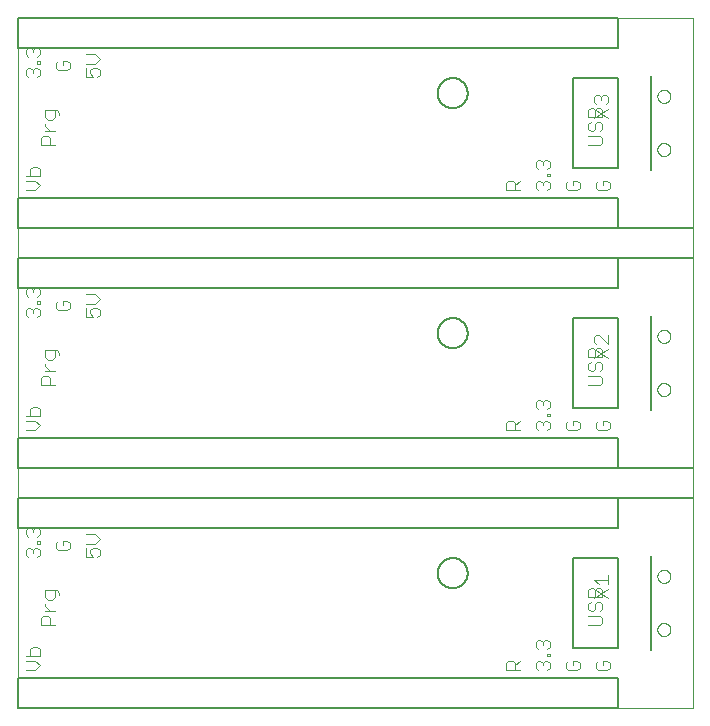
<source format=gto>
G75*
%MOIN*%
%OFA0B0*%
%FSLAX25Y25*%
%IPPOS*%
%LPD*%
%AMOC8*
5,1,8,0,0,1.08239X$1,22.5*
%
%ADD10C,0.00000*%
%ADD11C,0.00600*%
%ADD12C,0.00500*%
%ADD13C,0.00400*%
%ADD14C,0.00800*%
D10*
X0001300Y0001250D02*
X0001300Y0231211D01*
X0226339Y0231250D01*
X0226300Y0001250D01*
X0001300Y0001250D01*
X0214529Y0027392D02*
X0214531Y0027485D01*
X0214537Y0027577D01*
X0214547Y0027669D01*
X0214561Y0027760D01*
X0214578Y0027851D01*
X0214600Y0027941D01*
X0214625Y0028030D01*
X0214654Y0028118D01*
X0214687Y0028204D01*
X0214724Y0028289D01*
X0214764Y0028373D01*
X0214808Y0028454D01*
X0214855Y0028534D01*
X0214905Y0028612D01*
X0214959Y0028687D01*
X0215016Y0028760D01*
X0215076Y0028830D01*
X0215139Y0028898D01*
X0215205Y0028963D01*
X0215273Y0029025D01*
X0215344Y0029085D01*
X0215418Y0029141D01*
X0215494Y0029194D01*
X0215572Y0029243D01*
X0215652Y0029290D01*
X0215734Y0029332D01*
X0215818Y0029372D01*
X0215903Y0029407D01*
X0215990Y0029439D01*
X0216078Y0029468D01*
X0216167Y0029492D01*
X0216257Y0029513D01*
X0216348Y0029529D01*
X0216440Y0029542D01*
X0216532Y0029551D01*
X0216625Y0029556D01*
X0216717Y0029557D01*
X0216810Y0029554D01*
X0216902Y0029547D01*
X0216994Y0029536D01*
X0217085Y0029521D01*
X0217176Y0029503D01*
X0217266Y0029480D01*
X0217354Y0029454D01*
X0217442Y0029424D01*
X0217528Y0029390D01*
X0217612Y0029353D01*
X0217695Y0029311D01*
X0217776Y0029267D01*
X0217856Y0029219D01*
X0217933Y0029168D01*
X0218007Y0029113D01*
X0218080Y0029055D01*
X0218150Y0028995D01*
X0218217Y0028931D01*
X0218281Y0028865D01*
X0218343Y0028795D01*
X0218401Y0028724D01*
X0218456Y0028650D01*
X0218508Y0028573D01*
X0218557Y0028494D01*
X0218603Y0028414D01*
X0218645Y0028331D01*
X0218683Y0028247D01*
X0218718Y0028161D01*
X0218749Y0028074D01*
X0218776Y0027986D01*
X0218799Y0027896D01*
X0218819Y0027806D01*
X0218835Y0027715D01*
X0218847Y0027623D01*
X0218855Y0027531D01*
X0218859Y0027438D01*
X0218859Y0027346D01*
X0218855Y0027253D01*
X0218847Y0027161D01*
X0218835Y0027069D01*
X0218819Y0026978D01*
X0218799Y0026888D01*
X0218776Y0026798D01*
X0218749Y0026710D01*
X0218718Y0026623D01*
X0218683Y0026537D01*
X0218645Y0026453D01*
X0218603Y0026370D01*
X0218557Y0026290D01*
X0218508Y0026211D01*
X0218456Y0026134D01*
X0218401Y0026060D01*
X0218343Y0025989D01*
X0218281Y0025919D01*
X0218217Y0025853D01*
X0218150Y0025789D01*
X0218080Y0025729D01*
X0218007Y0025671D01*
X0217933Y0025616D01*
X0217856Y0025565D01*
X0217777Y0025517D01*
X0217695Y0025473D01*
X0217612Y0025431D01*
X0217528Y0025394D01*
X0217442Y0025360D01*
X0217354Y0025330D01*
X0217266Y0025304D01*
X0217176Y0025281D01*
X0217085Y0025263D01*
X0216994Y0025248D01*
X0216902Y0025237D01*
X0216810Y0025230D01*
X0216717Y0025227D01*
X0216625Y0025228D01*
X0216532Y0025233D01*
X0216440Y0025242D01*
X0216348Y0025255D01*
X0216257Y0025271D01*
X0216167Y0025292D01*
X0216078Y0025316D01*
X0215990Y0025345D01*
X0215903Y0025377D01*
X0215818Y0025412D01*
X0215734Y0025452D01*
X0215652Y0025494D01*
X0215572Y0025541D01*
X0215494Y0025590D01*
X0215418Y0025643D01*
X0215344Y0025699D01*
X0215273Y0025759D01*
X0215205Y0025821D01*
X0215139Y0025886D01*
X0215076Y0025954D01*
X0215016Y0026024D01*
X0214959Y0026097D01*
X0214905Y0026172D01*
X0214855Y0026250D01*
X0214808Y0026330D01*
X0214764Y0026411D01*
X0214724Y0026495D01*
X0214687Y0026580D01*
X0214654Y0026666D01*
X0214625Y0026754D01*
X0214600Y0026843D01*
X0214578Y0026933D01*
X0214561Y0027024D01*
X0214547Y0027115D01*
X0214537Y0027207D01*
X0214531Y0027299D01*
X0214529Y0027392D01*
X0214529Y0045108D02*
X0214531Y0045201D01*
X0214537Y0045293D01*
X0214547Y0045385D01*
X0214561Y0045476D01*
X0214578Y0045567D01*
X0214600Y0045657D01*
X0214625Y0045746D01*
X0214654Y0045834D01*
X0214687Y0045920D01*
X0214724Y0046005D01*
X0214764Y0046089D01*
X0214808Y0046170D01*
X0214855Y0046250D01*
X0214905Y0046328D01*
X0214959Y0046403D01*
X0215016Y0046476D01*
X0215076Y0046546D01*
X0215139Y0046614D01*
X0215205Y0046679D01*
X0215273Y0046741D01*
X0215344Y0046801D01*
X0215418Y0046857D01*
X0215494Y0046910D01*
X0215572Y0046959D01*
X0215652Y0047006D01*
X0215734Y0047048D01*
X0215818Y0047088D01*
X0215903Y0047123D01*
X0215990Y0047155D01*
X0216078Y0047184D01*
X0216167Y0047208D01*
X0216257Y0047229D01*
X0216348Y0047245D01*
X0216440Y0047258D01*
X0216532Y0047267D01*
X0216625Y0047272D01*
X0216717Y0047273D01*
X0216810Y0047270D01*
X0216902Y0047263D01*
X0216994Y0047252D01*
X0217085Y0047237D01*
X0217176Y0047219D01*
X0217266Y0047196D01*
X0217354Y0047170D01*
X0217442Y0047140D01*
X0217528Y0047106D01*
X0217612Y0047069D01*
X0217695Y0047027D01*
X0217776Y0046983D01*
X0217856Y0046935D01*
X0217933Y0046884D01*
X0218007Y0046829D01*
X0218080Y0046771D01*
X0218150Y0046711D01*
X0218217Y0046647D01*
X0218281Y0046581D01*
X0218343Y0046511D01*
X0218401Y0046440D01*
X0218456Y0046366D01*
X0218508Y0046289D01*
X0218557Y0046210D01*
X0218603Y0046130D01*
X0218645Y0046047D01*
X0218683Y0045963D01*
X0218718Y0045877D01*
X0218749Y0045790D01*
X0218776Y0045702D01*
X0218799Y0045612D01*
X0218819Y0045522D01*
X0218835Y0045431D01*
X0218847Y0045339D01*
X0218855Y0045247D01*
X0218859Y0045154D01*
X0218859Y0045062D01*
X0218855Y0044969D01*
X0218847Y0044877D01*
X0218835Y0044785D01*
X0218819Y0044694D01*
X0218799Y0044604D01*
X0218776Y0044514D01*
X0218749Y0044426D01*
X0218718Y0044339D01*
X0218683Y0044253D01*
X0218645Y0044169D01*
X0218603Y0044086D01*
X0218557Y0044006D01*
X0218508Y0043927D01*
X0218456Y0043850D01*
X0218401Y0043776D01*
X0218343Y0043705D01*
X0218281Y0043635D01*
X0218217Y0043569D01*
X0218150Y0043505D01*
X0218080Y0043445D01*
X0218007Y0043387D01*
X0217933Y0043332D01*
X0217856Y0043281D01*
X0217777Y0043233D01*
X0217695Y0043189D01*
X0217612Y0043147D01*
X0217528Y0043110D01*
X0217442Y0043076D01*
X0217354Y0043046D01*
X0217266Y0043020D01*
X0217176Y0042997D01*
X0217085Y0042979D01*
X0216994Y0042964D01*
X0216902Y0042953D01*
X0216810Y0042946D01*
X0216717Y0042943D01*
X0216625Y0042944D01*
X0216532Y0042949D01*
X0216440Y0042958D01*
X0216348Y0042971D01*
X0216257Y0042987D01*
X0216167Y0043008D01*
X0216078Y0043032D01*
X0215990Y0043061D01*
X0215903Y0043093D01*
X0215818Y0043128D01*
X0215734Y0043168D01*
X0215652Y0043210D01*
X0215572Y0043257D01*
X0215494Y0043306D01*
X0215418Y0043359D01*
X0215344Y0043415D01*
X0215273Y0043475D01*
X0215205Y0043537D01*
X0215139Y0043602D01*
X0215076Y0043670D01*
X0215016Y0043740D01*
X0214959Y0043813D01*
X0214905Y0043888D01*
X0214855Y0043966D01*
X0214808Y0044046D01*
X0214764Y0044127D01*
X0214724Y0044211D01*
X0214687Y0044296D01*
X0214654Y0044382D01*
X0214625Y0044470D01*
X0214600Y0044559D01*
X0214578Y0044649D01*
X0214561Y0044740D01*
X0214547Y0044831D01*
X0214537Y0044923D01*
X0214531Y0045015D01*
X0214529Y0045108D01*
X0214529Y0107392D02*
X0214531Y0107485D01*
X0214537Y0107577D01*
X0214547Y0107669D01*
X0214561Y0107760D01*
X0214578Y0107851D01*
X0214600Y0107941D01*
X0214625Y0108030D01*
X0214654Y0108118D01*
X0214687Y0108204D01*
X0214724Y0108289D01*
X0214764Y0108373D01*
X0214808Y0108454D01*
X0214855Y0108534D01*
X0214905Y0108612D01*
X0214959Y0108687D01*
X0215016Y0108760D01*
X0215076Y0108830D01*
X0215139Y0108898D01*
X0215205Y0108963D01*
X0215273Y0109025D01*
X0215344Y0109085D01*
X0215418Y0109141D01*
X0215494Y0109194D01*
X0215572Y0109243D01*
X0215652Y0109290D01*
X0215734Y0109332D01*
X0215818Y0109372D01*
X0215903Y0109407D01*
X0215990Y0109439D01*
X0216078Y0109468D01*
X0216167Y0109492D01*
X0216257Y0109513D01*
X0216348Y0109529D01*
X0216440Y0109542D01*
X0216532Y0109551D01*
X0216625Y0109556D01*
X0216717Y0109557D01*
X0216810Y0109554D01*
X0216902Y0109547D01*
X0216994Y0109536D01*
X0217085Y0109521D01*
X0217176Y0109503D01*
X0217266Y0109480D01*
X0217354Y0109454D01*
X0217442Y0109424D01*
X0217528Y0109390D01*
X0217612Y0109353D01*
X0217695Y0109311D01*
X0217776Y0109267D01*
X0217856Y0109219D01*
X0217933Y0109168D01*
X0218007Y0109113D01*
X0218080Y0109055D01*
X0218150Y0108995D01*
X0218217Y0108931D01*
X0218281Y0108865D01*
X0218343Y0108795D01*
X0218401Y0108724D01*
X0218456Y0108650D01*
X0218508Y0108573D01*
X0218557Y0108494D01*
X0218603Y0108414D01*
X0218645Y0108331D01*
X0218683Y0108247D01*
X0218718Y0108161D01*
X0218749Y0108074D01*
X0218776Y0107986D01*
X0218799Y0107896D01*
X0218819Y0107806D01*
X0218835Y0107715D01*
X0218847Y0107623D01*
X0218855Y0107531D01*
X0218859Y0107438D01*
X0218859Y0107346D01*
X0218855Y0107253D01*
X0218847Y0107161D01*
X0218835Y0107069D01*
X0218819Y0106978D01*
X0218799Y0106888D01*
X0218776Y0106798D01*
X0218749Y0106710D01*
X0218718Y0106623D01*
X0218683Y0106537D01*
X0218645Y0106453D01*
X0218603Y0106370D01*
X0218557Y0106290D01*
X0218508Y0106211D01*
X0218456Y0106134D01*
X0218401Y0106060D01*
X0218343Y0105989D01*
X0218281Y0105919D01*
X0218217Y0105853D01*
X0218150Y0105789D01*
X0218080Y0105729D01*
X0218007Y0105671D01*
X0217933Y0105616D01*
X0217856Y0105565D01*
X0217777Y0105517D01*
X0217695Y0105473D01*
X0217612Y0105431D01*
X0217528Y0105394D01*
X0217442Y0105360D01*
X0217354Y0105330D01*
X0217266Y0105304D01*
X0217176Y0105281D01*
X0217085Y0105263D01*
X0216994Y0105248D01*
X0216902Y0105237D01*
X0216810Y0105230D01*
X0216717Y0105227D01*
X0216625Y0105228D01*
X0216532Y0105233D01*
X0216440Y0105242D01*
X0216348Y0105255D01*
X0216257Y0105271D01*
X0216167Y0105292D01*
X0216078Y0105316D01*
X0215990Y0105345D01*
X0215903Y0105377D01*
X0215818Y0105412D01*
X0215734Y0105452D01*
X0215652Y0105494D01*
X0215572Y0105541D01*
X0215494Y0105590D01*
X0215418Y0105643D01*
X0215344Y0105699D01*
X0215273Y0105759D01*
X0215205Y0105821D01*
X0215139Y0105886D01*
X0215076Y0105954D01*
X0215016Y0106024D01*
X0214959Y0106097D01*
X0214905Y0106172D01*
X0214855Y0106250D01*
X0214808Y0106330D01*
X0214764Y0106411D01*
X0214724Y0106495D01*
X0214687Y0106580D01*
X0214654Y0106666D01*
X0214625Y0106754D01*
X0214600Y0106843D01*
X0214578Y0106933D01*
X0214561Y0107024D01*
X0214547Y0107115D01*
X0214537Y0107207D01*
X0214531Y0107299D01*
X0214529Y0107392D01*
X0214529Y0125108D02*
X0214531Y0125201D01*
X0214537Y0125293D01*
X0214547Y0125385D01*
X0214561Y0125476D01*
X0214578Y0125567D01*
X0214600Y0125657D01*
X0214625Y0125746D01*
X0214654Y0125834D01*
X0214687Y0125920D01*
X0214724Y0126005D01*
X0214764Y0126089D01*
X0214808Y0126170D01*
X0214855Y0126250D01*
X0214905Y0126328D01*
X0214959Y0126403D01*
X0215016Y0126476D01*
X0215076Y0126546D01*
X0215139Y0126614D01*
X0215205Y0126679D01*
X0215273Y0126741D01*
X0215344Y0126801D01*
X0215418Y0126857D01*
X0215494Y0126910D01*
X0215572Y0126959D01*
X0215652Y0127006D01*
X0215734Y0127048D01*
X0215818Y0127088D01*
X0215903Y0127123D01*
X0215990Y0127155D01*
X0216078Y0127184D01*
X0216167Y0127208D01*
X0216257Y0127229D01*
X0216348Y0127245D01*
X0216440Y0127258D01*
X0216532Y0127267D01*
X0216625Y0127272D01*
X0216717Y0127273D01*
X0216810Y0127270D01*
X0216902Y0127263D01*
X0216994Y0127252D01*
X0217085Y0127237D01*
X0217176Y0127219D01*
X0217266Y0127196D01*
X0217354Y0127170D01*
X0217442Y0127140D01*
X0217528Y0127106D01*
X0217612Y0127069D01*
X0217695Y0127027D01*
X0217776Y0126983D01*
X0217856Y0126935D01*
X0217933Y0126884D01*
X0218007Y0126829D01*
X0218080Y0126771D01*
X0218150Y0126711D01*
X0218217Y0126647D01*
X0218281Y0126581D01*
X0218343Y0126511D01*
X0218401Y0126440D01*
X0218456Y0126366D01*
X0218508Y0126289D01*
X0218557Y0126210D01*
X0218603Y0126130D01*
X0218645Y0126047D01*
X0218683Y0125963D01*
X0218718Y0125877D01*
X0218749Y0125790D01*
X0218776Y0125702D01*
X0218799Y0125612D01*
X0218819Y0125522D01*
X0218835Y0125431D01*
X0218847Y0125339D01*
X0218855Y0125247D01*
X0218859Y0125154D01*
X0218859Y0125062D01*
X0218855Y0124969D01*
X0218847Y0124877D01*
X0218835Y0124785D01*
X0218819Y0124694D01*
X0218799Y0124604D01*
X0218776Y0124514D01*
X0218749Y0124426D01*
X0218718Y0124339D01*
X0218683Y0124253D01*
X0218645Y0124169D01*
X0218603Y0124086D01*
X0218557Y0124006D01*
X0218508Y0123927D01*
X0218456Y0123850D01*
X0218401Y0123776D01*
X0218343Y0123705D01*
X0218281Y0123635D01*
X0218217Y0123569D01*
X0218150Y0123505D01*
X0218080Y0123445D01*
X0218007Y0123387D01*
X0217933Y0123332D01*
X0217856Y0123281D01*
X0217777Y0123233D01*
X0217695Y0123189D01*
X0217612Y0123147D01*
X0217528Y0123110D01*
X0217442Y0123076D01*
X0217354Y0123046D01*
X0217266Y0123020D01*
X0217176Y0122997D01*
X0217085Y0122979D01*
X0216994Y0122964D01*
X0216902Y0122953D01*
X0216810Y0122946D01*
X0216717Y0122943D01*
X0216625Y0122944D01*
X0216532Y0122949D01*
X0216440Y0122958D01*
X0216348Y0122971D01*
X0216257Y0122987D01*
X0216167Y0123008D01*
X0216078Y0123032D01*
X0215990Y0123061D01*
X0215903Y0123093D01*
X0215818Y0123128D01*
X0215734Y0123168D01*
X0215652Y0123210D01*
X0215572Y0123257D01*
X0215494Y0123306D01*
X0215418Y0123359D01*
X0215344Y0123415D01*
X0215273Y0123475D01*
X0215205Y0123537D01*
X0215139Y0123602D01*
X0215076Y0123670D01*
X0215016Y0123740D01*
X0214959Y0123813D01*
X0214905Y0123888D01*
X0214855Y0123966D01*
X0214808Y0124046D01*
X0214764Y0124127D01*
X0214724Y0124211D01*
X0214687Y0124296D01*
X0214654Y0124382D01*
X0214625Y0124470D01*
X0214600Y0124559D01*
X0214578Y0124649D01*
X0214561Y0124740D01*
X0214547Y0124831D01*
X0214537Y0124923D01*
X0214531Y0125015D01*
X0214529Y0125108D01*
X0214529Y0187392D02*
X0214531Y0187485D01*
X0214537Y0187577D01*
X0214547Y0187669D01*
X0214561Y0187760D01*
X0214578Y0187851D01*
X0214600Y0187941D01*
X0214625Y0188030D01*
X0214654Y0188118D01*
X0214687Y0188204D01*
X0214724Y0188289D01*
X0214764Y0188373D01*
X0214808Y0188454D01*
X0214855Y0188534D01*
X0214905Y0188612D01*
X0214959Y0188687D01*
X0215016Y0188760D01*
X0215076Y0188830D01*
X0215139Y0188898D01*
X0215205Y0188963D01*
X0215273Y0189025D01*
X0215344Y0189085D01*
X0215418Y0189141D01*
X0215494Y0189194D01*
X0215572Y0189243D01*
X0215652Y0189290D01*
X0215734Y0189332D01*
X0215818Y0189372D01*
X0215903Y0189407D01*
X0215990Y0189439D01*
X0216078Y0189468D01*
X0216167Y0189492D01*
X0216257Y0189513D01*
X0216348Y0189529D01*
X0216440Y0189542D01*
X0216532Y0189551D01*
X0216625Y0189556D01*
X0216717Y0189557D01*
X0216810Y0189554D01*
X0216902Y0189547D01*
X0216994Y0189536D01*
X0217085Y0189521D01*
X0217176Y0189503D01*
X0217266Y0189480D01*
X0217354Y0189454D01*
X0217442Y0189424D01*
X0217528Y0189390D01*
X0217612Y0189353D01*
X0217695Y0189311D01*
X0217776Y0189267D01*
X0217856Y0189219D01*
X0217933Y0189168D01*
X0218007Y0189113D01*
X0218080Y0189055D01*
X0218150Y0188995D01*
X0218217Y0188931D01*
X0218281Y0188865D01*
X0218343Y0188795D01*
X0218401Y0188724D01*
X0218456Y0188650D01*
X0218508Y0188573D01*
X0218557Y0188494D01*
X0218603Y0188414D01*
X0218645Y0188331D01*
X0218683Y0188247D01*
X0218718Y0188161D01*
X0218749Y0188074D01*
X0218776Y0187986D01*
X0218799Y0187896D01*
X0218819Y0187806D01*
X0218835Y0187715D01*
X0218847Y0187623D01*
X0218855Y0187531D01*
X0218859Y0187438D01*
X0218859Y0187346D01*
X0218855Y0187253D01*
X0218847Y0187161D01*
X0218835Y0187069D01*
X0218819Y0186978D01*
X0218799Y0186888D01*
X0218776Y0186798D01*
X0218749Y0186710D01*
X0218718Y0186623D01*
X0218683Y0186537D01*
X0218645Y0186453D01*
X0218603Y0186370D01*
X0218557Y0186290D01*
X0218508Y0186211D01*
X0218456Y0186134D01*
X0218401Y0186060D01*
X0218343Y0185989D01*
X0218281Y0185919D01*
X0218217Y0185853D01*
X0218150Y0185789D01*
X0218080Y0185729D01*
X0218007Y0185671D01*
X0217933Y0185616D01*
X0217856Y0185565D01*
X0217777Y0185517D01*
X0217695Y0185473D01*
X0217612Y0185431D01*
X0217528Y0185394D01*
X0217442Y0185360D01*
X0217354Y0185330D01*
X0217266Y0185304D01*
X0217176Y0185281D01*
X0217085Y0185263D01*
X0216994Y0185248D01*
X0216902Y0185237D01*
X0216810Y0185230D01*
X0216717Y0185227D01*
X0216625Y0185228D01*
X0216532Y0185233D01*
X0216440Y0185242D01*
X0216348Y0185255D01*
X0216257Y0185271D01*
X0216167Y0185292D01*
X0216078Y0185316D01*
X0215990Y0185345D01*
X0215903Y0185377D01*
X0215818Y0185412D01*
X0215734Y0185452D01*
X0215652Y0185494D01*
X0215572Y0185541D01*
X0215494Y0185590D01*
X0215418Y0185643D01*
X0215344Y0185699D01*
X0215273Y0185759D01*
X0215205Y0185821D01*
X0215139Y0185886D01*
X0215076Y0185954D01*
X0215016Y0186024D01*
X0214959Y0186097D01*
X0214905Y0186172D01*
X0214855Y0186250D01*
X0214808Y0186330D01*
X0214764Y0186411D01*
X0214724Y0186495D01*
X0214687Y0186580D01*
X0214654Y0186666D01*
X0214625Y0186754D01*
X0214600Y0186843D01*
X0214578Y0186933D01*
X0214561Y0187024D01*
X0214547Y0187115D01*
X0214537Y0187207D01*
X0214531Y0187299D01*
X0214529Y0187392D01*
X0214529Y0205108D02*
X0214531Y0205201D01*
X0214537Y0205293D01*
X0214547Y0205385D01*
X0214561Y0205476D01*
X0214578Y0205567D01*
X0214600Y0205657D01*
X0214625Y0205746D01*
X0214654Y0205834D01*
X0214687Y0205920D01*
X0214724Y0206005D01*
X0214764Y0206089D01*
X0214808Y0206170D01*
X0214855Y0206250D01*
X0214905Y0206328D01*
X0214959Y0206403D01*
X0215016Y0206476D01*
X0215076Y0206546D01*
X0215139Y0206614D01*
X0215205Y0206679D01*
X0215273Y0206741D01*
X0215344Y0206801D01*
X0215418Y0206857D01*
X0215494Y0206910D01*
X0215572Y0206959D01*
X0215652Y0207006D01*
X0215734Y0207048D01*
X0215818Y0207088D01*
X0215903Y0207123D01*
X0215990Y0207155D01*
X0216078Y0207184D01*
X0216167Y0207208D01*
X0216257Y0207229D01*
X0216348Y0207245D01*
X0216440Y0207258D01*
X0216532Y0207267D01*
X0216625Y0207272D01*
X0216717Y0207273D01*
X0216810Y0207270D01*
X0216902Y0207263D01*
X0216994Y0207252D01*
X0217085Y0207237D01*
X0217176Y0207219D01*
X0217266Y0207196D01*
X0217354Y0207170D01*
X0217442Y0207140D01*
X0217528Y0207106D01*
X0217612Y0207069D01*
X0217695Y0207027D01*
X0217776Y0206983D01*
X0217856Y0206935D01*
X0217933Y0206884D01*
X0218007Y0206829D01*
X0218080Y0206771D01*
X0218150Y0206711D01*
X0218217Y0206647D01*
X0218281Y0206581D01*
X0218343Y0206511D01*
X0218401Y0206440D01*
X0218456Y0206366D01*
X0218508Y0206289D01*
X0218557Y0206210D01*
X0218603Y0206130D01*
X0218645Y0206047D01*
X0218683Y0205963D01*
X0218718Y0205877D01*
X0218749Y0205790D01*
X0218776Y0205702D01*
X0218799Y0205612D01*
X0218819Y0205522D01*
X0218835Y0205431D01*
X0218847Y0205339D01*
X0218855Y0205247D01*
X0218859Y0205154D01*
X0218859Y0205062D01*
X0218855Y0204969D01*
X0218847Y0204877D01*
X0218835Y0204785D01*
X0218819Y0204694D01*
X0218799Y0204604D01*
X0218776Y0204514D01*
X0218749Y0204426D01*
X0218718Y0204339D01*
X0218683Y0204253D01*
X0218645Y0204169D01*
X0218603Y0204086D01*
X0218557Y0204006D01*
X0218508Y0203927D01*
X0218456Y0203850D01*
X0218401Y0203776D01*
X0218343Y0203705D01*
X0218281Y0203635D01*
X0218217Y0203569D01*
X0218150Y0203505D01*
X0218080Y0203445D01*
X0218007Y0203387D01*
X0217933Y0203332D01*
X0217856Y0203281D01*
X0217777Y0203233D01*
X0217695Y0203189D01*
X0217612Y0203147D01*
X0217528Y0203110D01*
X0217442Y0203076D01*
X0217354Y0203046D01*
X0217266Y0203020D01*
X0217176Y0202997D01*
X0217085Y0202979D01*
X0216994Y0202964D01*
X0216902Y0202953D01*
X0216810Y0202946D01*
X0216717Y0202943D01*
X0216625Y0202944D01*
X0216532Y0202949D01*
X0216440Y0202958D01*
X0216348Y0202971D01*
X0216257Y0202987D01*
X0216167Y0203008D01*
X0216078Y0203032D01*
X0215990Y0203061D01*
X0215903Y0203093D01*
X0215818Y0203128D01*
X0215734Y0203168D01*
X0215652Y0203210D01*
X0215572Y0203257D01*
X0215494Y0203306D01*
X0215418Y0203359D01*
X0215344Y0203415D01*
X0215273Y0203475D01*
X0215205Y0203537D01*
X0215139Y0203602D01*
X0215076Y0203670D01*
X0215016Y0203740D01*
X0214959Y0203813D01*
X0214905Y0203888D01*
X0214855Y0203966D01*
X0214808Y0204046D01*
X0214764Y0204127D01*
X0214724Y0204211D01*
X0214687Y0204296D01*
X0214654Y0204382D01*
X0214625Y0204470D01*
X0214600Y0204559D01*
X0214578Y0204649D01*
X0214561Y0204740D01*
X0214547Y0204831D01*
X0214537Y0204923D01*
X0214531Y0205015D01*
X0214529Y0205108D01*
D11*
X0226300Y0161250D02*
X0201300Y0161250D01*
X0201300Y0151250D02*
X0226300Y0151250D01*
X0226300Y0081250D02*
X0201300Y0081250D01*
X0201300Y0071250D02*
X0226300Y0071250D01*
D12*
X0201300Y0001250D02*
X0001300Y0001250D01*
X0001300Y0011250D01*
X0201300Y0011250D01*
X0201300Y0001250D01*
X0201300Y0021250D02*
X0186300Y0021250D01*
X0186300Y0051250D01*
X0201300Y0051250D01*
X0201300Y0021250D01*
X0201300Y0061250D02*
X0201300Y0071250D01*
X0001300Y0071250D01*
X0001300Y0061250D01*
X0201300Y0061250D01*
X0201300Y0081250D02*
X0201300Y0091250D01*
X0001300Y0091250D01*
X0001300Y0081250D01*
X0201300Y0081250D01*
X0201300Y0101250D02*
X0186300Y0101250D01*
X0186300Y0131250D01*
X0201300Y0131250D01*
X0201300Y0101250D01*
X0201300Y0141250D02*
X0201300Y0151250D01*
X0001300Y0151250D01*
X0001300Y0141250D01*
X0201300Y0141250D01*
X0201300Y0161250D02*
X0201300Y0171250D01*
X0001300Y0171250D01*
X0001300Y0161250D01*
X0201300Y0161250D01*
X0201300Y0181250D02*
X0186300Y0181250D01*
X0186300Y0211250D01*
X0201300Y0211250D01*
X0201300Y0181250D01*
X0201300Y0221250D02*
X0201300Y0231250D01*
X0001300Y0231250D01*
X0001300Y0221250D01*
X0201300Y0221250D01*
X0141300Y0206250D02*
X0141302Y0206391D01*
X0141308Y0206532D01*
X0141318Y0206672D01*
X0141332Y0206812D01*
X0141350Y0206952D01*
X0141371Y0207091D01*
X0141397Y0207230D01*
X0141426Y0207368D01*
X0141460Y0207504D01*
X0141497Y0207640D01*
X0141538Y0207775D01*
X0141583Y0207909D01*
X0141632Y0208041D01*
X0141684Y0208172D01*
X0141740Y0208301D01*
X0141800Y0208428D01*
X0141863Y0208554D01*
X0141929Y0208678D01*
X0142000Y0208801D01*
X0142073Y0208921D01*
X0142150Y0209039D01*
X0142230Y0209155D01*
X0142314Y0209268D01*
X0142400Y0209379D01*
X0142490Y0209488D01*
X0142583Y0209594D01*
X0142678Y0209697D01*
X0142777Y0209798D01*
X0142878Y0209896D01*
X0142982Y0209991D01*
X0143089Y0210083D01*
X0143198Y0210172D01*
X0143310Y0210257D01*
X0143424Y0210340D01*
X0143540Y0210420D01*
X0143659Y0210496D01*
X0143780Y0210568D01*
X0143902Y0210638D01*
X0144027Y0210703D01*
X0144153Y0210766D01*
X0144281Y0210824D01*
X0144411Y0210879D01*
X0144542Y0210931D01*
X0144675Y0210978D01*
X0144809Y0211022D01*
X0144944Y0211063D01*
X0145080Y0211099D01*
X0145217Y0211131D01*
X0145355Y0211160D01*
X0145493Y0211185D01*
X0145633Y0211205D01*
X0145773Y0211222D01*
X0145913Y0211235D01*
X0146054Y0211244D01*
X0146194Y0211249D01*
X0146335Y0211250D01*
X0146476Y0211247D01*
X0146617Y0211240D01*
X0146757Y0211229D01*
X0146897Y0211214D01*
X0147037Y0211195D01*
X0147176Y0211173D01*
X0147314Y0211146D01*
X0147452Y0211116D01*
X0147588Y0211081D01*
X0147724Y0211043D01*
X0147858Y0211001D01*
X0147992Y0210955D01*
X0148124Y0210906D01*
X0148254Y0210852D01*
X0148383Y0210795D01*
X0148510Y0210735D01*
X0148636Y0210671D01*
X0148759Y0210603D01*
X0148881Y0210532D01*
X0149001Y0210458D01*
X0149118Y0210380D01*
X0149233Y0210299D01*
X0149346Y0210215D01*
X0149457Y0210128D01*
X0149565Y0210037D01*
X0149670Y0209944D01*
X0149773Y0209847D01*
X0149873Y0209748D01*
X0149970Y0209646D01*
X0150064Y0209541D01*
X0150155Y0209434D01*
X0150243Y0209324D01*
X0150328Y0209212D01*
X0150410Y0209097D01*
X0150489Y0208980D01*
X0150564Y0208861D01*
X0150636Y0208740D01*
X0150704Y0208617D01*
X0150769Y0208492D01*
X0150831Y0208365D01*
X0150888Y0208236D01*
X0150943Y0208106D01*
X0150993Y0207975D01*
X0151040Y0207842D01*
X0151083Y0207708D01*
X0151122Y0207572D01*
X0151157Y0207436D01*
X0151189Y0207299D01*
X0151216Y0207161D01*
X0151240Y0207022D01*
X0151260Y0206882D01*
X0151276Y0206742D01*
X0151288Y0206602D01*
X0151296Y0206461D01*
X0151300Y0206320D01*
X0151300Y0206180D01*
X0151296Y0206039D01*
X0151288Y0205898D01*
X0151276Y0205758D01*
X0151260Y0205618D01*
X0151240Y0205478D01*
X0151216Y0205339D01*
X0151189Y0205201D01*
X0151157Y0205064D01*
X0151122Y0204928D01*
X0151083Y0204792D01*
X0151040Y0204658D01*
X0150993Y0204525D01*
X0150943Y0204394D01*
X0150888Y0204264D01*
X0150831Y0204135D01*
X0150769Y0204008D01*
X0150704Y0203883D01*
X0150636Y0203760D01*
X0150564Y0203639D01*
X0150489Y0203520D01*
X0150410Y0203403D01*
X0150328Y0203288D01*
X0150243Y0203176D01*
X0150155Y0203066D01*
X0150064Y0202959D01*
X0149970Y0202854D01*
X0149873Y0202752D01*
X0149773Y0202653D01*
X0149670Y0202556D01*
X0149565Y0202463D01*
X0149457Y0202372D01*
X0149346Y0202285D01*
X0149233Y0202201D01*
X0149118Y0202120D01*
X0149001Y0202042D01*
X0148881Y0201968D01*
X0148759Y0201897D01*
X0148636Y0201829D01*
X0148510Y0201765D01*
X0148383Y0201705D01*
X0148254Y0201648D01*
X0148124Y0201594D01*
X0147992Y0201545D01*
X0147858Y0201499D01*
X0147724Y0201457D01*
X0147588Y0201419D01*
X0147452Y0201384D01*
X0147314Y0201354D01*
X0147176Y0201327D01*
X0147037Y0201305D01*
X0146897Y0201286D01*
X0146757Y0201271D01*
X0146617Y0201260D01*
X0146476Y0201253D01*
X0146335Y0201250D01*
X0146194Y0201251D01*
X0146054Y0201256D01*
X0145913Y0201265D01*
X0145773Y0201278D01*
X0145633Y0201295D01*
X0145493Y0201315D01*
X0145355Y0201340D01*
X0145217Y0201369D01*
X0145080Y0201401D01*
X0144944Y0201437D01*
X0144809Y0201478D01*
X0144675Y0201522D01*
X0144542Y0201569D01*
X0144411Y0201621D01*
X0144281Y0201676D01*
X0144153Y0201734D01*
X0144027Y0201797D01*
X0143902Y0201862D01*
X0143780Y0201932D01*
X0143659Y0202004D01*
X0143540Y0202080D01*
X0143424Y0202160D01*
X0143310Y0202243D01*
X0143198Y0202328D01*
X0143089Y0202417D01*
X0142982Y0202509D01*
X0142878Y0202604D01*
X0142777Y0202702D01*
X0142678Y0202803D01*
X0142583Y0202906D01*
X0142490Y0203012D01*
X0142400Y0203121D01*
X0142314Y0203232D01*
X0142230Y0203345D01*
X0142150Y0203461D01*
X0142073Y0203579D01*
X0142000Y0203699D01*
X0141929Y0203822D01*
X0141863Y0203946D01*
X0141800Y0204072D01*
X0141740Y0204199D01*
X0141684Y0204328D01*
X0141632Y0204459D01*
X0141583Y0204591D01*
X0141538Y0204725D01*
X0141497Y0204860D01*
X0141460Y0204996D01*
X0141426Y0205132D01*
X0141397Y0205270D01*
X0141371Y0205409D01*
X0141350Y0205548D01*
X0141332Y0205688D01*
X0141318Y0205828D01*
X0141308Y0205968D01*
X0141302Y0206109D01*
X0141300Y0206250D01*
X0141300Y0126250D02*
X0141302Y0126391D01*
X0141308Y0126532D01*
X0141318Y0126672D01*
X0141332Y0126812D01*
X0141350Y0126952D01*
X0141371Y0127091D01*
X0141397Y0127230D01*
X0141426Y0127368D01*
X0141460Y0127504D01*
X0141497Y0127640D01*
X0141538Y0127775D01*
X0141583Y0127909D01*
X0141632Y0128041D01*
X0141684Y0128172D01*
X0141740Y0128301D01*
X0141800Y0128428D01*
X0141863Y0128554D01*
X0141929Y0128678D01*
X0142000Y0128801D01*
X0142073Y0128921D01*
X0142150Y0129039D01*
X0142230Y0129155D01*
X0142314Y0129268D01*
X0142400Y0129379D01*
X0142490Y0129488D01*
X0142583Y0129594D01*
X0142678Y0129697D01*
X0142777Y0129798D01*
X0142878Y0129896D01*
X0142982Y0129991D01*
X0143089Y0130083D01*
X0143198Y0130172D01*
X0143310Y0130257D01*
X0143424Y0130340D01*
X0143540Y0130420D01*
X0143659Y0130496D01*
X0143780Y0130568D01*
X0143902Y0130638D01*
X0144027Y0130703D01*
X0144153Y0130766D01*
X0144281Y0130824D01*
X0144411Y0130879D01*
X0144542Y0130931D01*
X0144675Y0130978D01*
X0144809Y0131022D01*
X0144944Y0131063D01*
X0145080Y0131099D01*
X0145217Y0131131D01*
X0145355Y0131160D01*
X0145493Y0131185D01*
X0145633Y0131205D01*
X0145773Y0131222D01*
X0145913Y0131235D01*
X0146054Y0131244D01*
X0146194Y0131249D01*
X0146335Y0131250D01*
X0146476Y0131247D01*
X0146617Y0131240D01*
X0146757Y0131229D01*
X0146897Y0131214D01*
X0147037Y0131195D01*
X0147176Y0131173D01*
X0147314Y0131146D01*
X0147452Y0131116D01*
X0147588Y0131081D01*
X0147724Y0131043D01*
X0147858Y0131001D01*
X0147992Y0130955D01*
X0148124Y0130906D01*
X0148254Y0130852D01*
X0148383Y0130795D01*
X0148510Y0130735D01*
X0148636Y0130671D01*
X0148759Y0130603D01*
X0148881Y0130532D01*
X0149001Y0130458D01*
X0149118Y0130380D01*
X0149233Y0130299D01*
X0149346Y0130215D01*
X0149457Y0130128D01*
X0149565Y0130037D01*
X0149670Y0129944D01*
X0149773Y0129847D01*
X0149873Y0129748D01*
X0149970Y0129646D01*
X0150064Y0129541D01*
X0150155Y0129434D01*
X0150243Y0129324D01*
X0150328Y0129212D01*
X0150410Y0129097D01*
X0150489Y0128980D01*
X0150564Y0128861D01*
X0150636Y0128740D01*
X0150704Y0128617D01*
X0150769Y0128492D01*
X0150831Y0128365D01*
X0150888Y0128236D01*
X0150943Y0128106D01*
X0150993Y0127975D01*
X0151040Y0127842D01*
X0151083Y0127708D01*
X0151122Y0127572D01*
X0151157Y0127436D01*
X0151189Y0127299D01*
X0151216Y0127161D01*
X0151240Y0127022D01*
X0151260Y0126882D01*
X0151276Y0126742D01*
X0151288Y0126602D01*
X0151296Y0126461D01*
X0151300Y0126320D01*
X0151300Y0126180D01*
X0151296Y0126039D01*
X0151288Y0125898D01*
X0151276Y0125758D01*
X0151260Y0125618D01*
X0151240Y0125478D01*
X0151216Y0125339D01*
X0151189Y0125201D01*
X0151157Y0125064D01*
X0151122Y0124928D01*
X0151083Y0124792D01*
X0151040Y0124658D01*
X0150993Y0124525D01*
X0150943Y0124394D01*
X0150888Y0124264D01*
X0150831Y0124135D01*
X0150769Y0124008D01*
X0150704Y0123883D01*
X0150636Y0123760D01*
X0150564Y0123639D01*
X0150489Y0123520D01*
X0150410Y0123403D01*
X0150328Y0123288D01*
X0150243Y0123176D01*
X0150155Y0123066D01*
X0150064Y0122959D01*
X0149970Y0122854D01*
X0149873Y0122752D01*
X0149773Y0122653D01*
X0149670Y0122556D01*
X0149565Y0122463D01*
X0149457Y0122372D01*
X0149346Y0122285D01*
X0149233Y0122201D01*
X0149118Y0122120D01*
X0149001Y0122042D01*
X0148881Y0121968D01*
X0148759Y0121897D01*
X0148636Y0121829D01*
X0148510Y0121765D01*
X0148383Y0121705D01*
X0148254Y0121648D01*
X0148124Y0121594D01*
X0147992Y0121545D01*
X0147858Y0121499D01*
X0147724Y0121457D01*
X0147588Y0121419D01*
X0147452Y0121384D01*
X0147314Y0121354D01*
X0147176Y0121327D01*
X0147037Y0121305D01*
X0146897Y0121286D01*
X0146757Y0121271D01*
X0146617Y0121260D01*
X0146476Y0121253D01*
X0146335Y0121250D01*
X0146194Y0121251D01*
X0146054Y0121256D01*
X0145913Y0121265D01*
X0145773Y0121278D01*
X0145633Y0121295D01*
X0145493Y0121315D01*
X0145355Y0121340D01*
X0145217Y0121369D01*
X0145080Y0121401D01*
X0144944Y0121437D01*
X0144809Y0121478D01*
X0144675Y0121522D01*
X0144542Y0121569D01*
X0144411Y0121621D01*
X0144281Y0121676D01*
X0144153Y0121734D01*
X0144027Y0121797D01*
X0143902Y0121862D01*
X0143780Y0121932D01*
X0143659Y0122004D01*
X0143540Y0122080D01*
X0143424Y0122160D01*
X0143310Y0122243D01*
X0143198Y0122328D01*
X0143089Y0122417D01*
X0142982Y0122509D01*
X0142878Y0122604D01*
X0142777Y0122702D01*
X0142678Y0122803D01*
X0142583Y0122906D01*
X0142490Y0123012D01*
X0142400Y0123121D01*
X0142314Y0123232D01*
X0142230Y0123345D01*
X0142150Y0123461D01*
X0142073Y0123579D01*
X0142000Y0123699D01*
X0141929Y0123822D01*
X0141863Y0123946D01*
X0141800Y0124072D01*
X0141740Y0124199D01*
X0141684Y0124328D01*
X0141632Y0124459D01*
X0141583Y0124591D01*
X0141538Y0124725D01*
X0141497Y0124860D01*
X0141460Y0124996D01*
X0141426Y0125132D01*
X0141397Y0125270D01*
X0141371Y0125409D01*
X0141350Y0125548D01*
X0141332Y0125688D01*
X0141318Y0125828D01*
X0141308Y0125968D01*
X0141302Y0126109D01*
X0141300Y0126250D01*
X0141300Y0046250D02*
X0141302Y0046391D01*
X0141308Y0046532D01*
X0141318Y0046672D01*
X0141332Y0046812D01*
X0141350Y0046952D01*
X0141371Y0047091D01*
X0141397Y0047230D01*
X0141426Y0047368D01*
X0141460Y0047504D01*
X0141497Y0047640D01*
X0141538Y0047775D01*
X0141583Y0047909D01*
X0141632Y0048041D01*
X0141684Y0048172D01*
X0141740Y0048301D01*
X0141800Y0048428D01*
X0141863Y0048554D01*
X0141929Y0048678D01*
X0142000Y0048801D01*
X0142073Y0048921D01*
X0142150Y0049039D01*
X0142230Y0049155D01*
X0142314Y0049268D01*
X0142400Y0049379D01*
X0142490Y0049488D01*
X0142583Y0049594D01*
X0142678Y0049697D01*
X0142777Y0049798D01*
X0142878Y0049896D01*
X0142982Y0049991D01*
X0143089Y0050083D01*
X0143198Y0050172D01*
X0143310Y0050257D01*
X0143424Y0050340D01*
X0143540Y0050420D01*
X0143659Y0050496D01*
X0143780Y0050568D01*
X0143902Y0050638D01*
X0144027Y0050703D01*
X0144153Y0050766D01*
X0144281Y0050824D01*
X0144411Y0050879D01*
X0144542Y0050931D01*
X0144675Y0050978D01*
X0144809Y0051022D01*
X0144944Y0051063D01*
X0145080Y0051099D01*
X0145217Y0051131D01*
X0145355Y0051160D01*
X0145493Y0051185D01*
X0145633Y0051205D01*
X0145773Y0051222D01*
X0145913Y0051235D01*
X0146054Y0051244D01*
X0146194Y0051249D01*
X0146335Y0051250D01*
X0146476Y0051247D01*
X0146617Y0051240D01*
X0146757Y0051229D01*
X0146897Y0051214D01*
X0147037Y0051195D01*
X0147176Y0051173D01*
X0147314Y0051146D01*
X0147452Y0051116D01*
X0147588Y0051081D01*
X0147724Y0051043D01*
X0147858Y0051001D01*
X0147992Y0050955D01*
X0148124Y0050906D01*
X0148254Y0050852D01*
X0148383Y0050795D01*
X0148510Y0050735D01*
X0148636Y0050671D01*
X0148759Y0050603D01*
X0148881Y0050532D01*
X0149001Y0050458D01*
X0149118Y0050380D01*
X0149233Y0050299D01*
X0149346Y0050215D01*
X0149457Y0050128D01*
X0149565Y0050037D01*
X0149670Y0049944D01*
X0149773Y0049847D01*
X0149873Y0049748D01*
X0149970Y0049646D01*
X0150064Y0049541D01*
X0150155Y0049434D01*
X0150243Y0049324D01*
X0150328Y0049212D01*
X0150410Y0049097D01*
X0150489Y0048980D01*
X0150564Y0048861D01*
X0150636Y0048740D01*
X0150704Y0048617D01*
X0150769Y0048492D01*
X0150831Y0048365D01*
X0150888Y0048236D01*
X0150943Y0048106D01*
X0150993Y0047975D01*
X0151040Y0047842D01*
X0151083Y0047708D01*
X0151122Y0047572D01*
X0151157Y0047436D01*
X0151189Y0047299D01*
X0151216Y0047161D01*
X0151240Y0047022D01*
X0151260Y0046882D01*
X0151276Y0046742D01*
X0151288Y0046602D01*
X0151296Y0046461D01*
X0151300Y0046320D01*
X0151300Y0046180D01*
X0151296Y0046039D01*
X0151288Y0045898D01*
X0151276Y0045758D01*
X0151260Y0045618D01*
X0151240Y0045478D01*
X0151216Y0045339D01*
X0151189Y0045201D01*
X0151157Y0045064D01*
X0151122Y0044928D01*
X0151083Y0044792D01*
X0151040Y0044658D01*
X0150993Y0044525D01*
X0150943Y0044394D01*
X0150888Y0044264D01*
X0150831Y0044135D01*
X0150769Y0044008D01*
X0150704Y0043883D01*
X0150636Y0043760D01*
X0150564Y0043639D01*
X0150489Y0043520D01*
X0150410Y0043403D01*
X0150328Y0043288D01*
X0150243Y0043176D01*
X0150155Y0043066D01*
X0150064Y0042959D01*
X0149970Y0042854D01*
X0149873Y0042752D01*
X0149773Y0042653D01*
X0149670Y0042556D01*
X0149565Y0042463D01*
X0149457Y0042372D01*
X0149346Y0042285D01*
X0149233Y0042201D01*
X0149118Y0042120D01*
X0149001Y0042042D01*
X0148881Y0041968D01*
X0148759Y0041897D01*
X0148636Y0041829D01*
X0148510Y0041765D01*
X0148383Y0041705D01*
X0148254Y0041648D01*
X0148124Y0041594D01*
X0147992Y0041545D01*
X0147858Y0041499D01*
X0147724Y0041457D01*
X0147588Y0041419D01*
X0147452Y0041384D01*
X0147314Y0041354D01*
X0147176Y0041327D01*
X0147037Y0041305D01*
X0146897Y0041286D01*
X0146757Y0041271D01*
X0146617Y0041260D01*
X0146476Y0041253D01*
X0146335Y0041250D01*
X0146194Y0041251D01*
X0146054Y0041256D01*
X0145913Y0041265D01*
X0145773Y0041278D01*
X0145633Y0041295D01*
X0145493Y0041315D01*
X0145355Y0041340D01*
X0145217Y0041369D01*
X0145080Y0041401D01*
X0144944Y0041437D01*
X0144809Y0041478D01*
X0144675Y0041522D01*
X0144542Y0041569D01*
X0144411Y0041621D01*
X0144281Y0041676D01*
X0144153Y0041734D01*
X0144027Y0041797D01*
X0143902Y0041862D01*
X0143780Y0041932D01*
X0143659Y0042004D01*
X0143540Y0042080D01*
X0143424Y0042160D01*
X0143310Y0042243D01*
X0143198Y0042328D01*
X0143089Y0042417D01*
X0142982Y0042509D01*
X0142878Y0042604D01*
X0142777Y0042702D01*
X0142678Y0042803D01*
X0142583Y0042906D01*
X0142490Y0043012D01*
X0142400Y0043121D01*
X0142314Y0043232D01*
X0142230Y0043345D01*
X0142150Y0043461D01*
X0142073Y0043579D01*
X0142000Y0043699D01*
X0141929Y0043822D01*
X0141863Y0043946D01*
X0141800Y0044072D01*
X0141740Y0044199D01*
X0141684Y0044328D01*
X0141632Y0044459D01*
X0141583Y0044591D01*
X0141538Y0044725D01*
X0141497Y0044860D01*
X0141460Y0044996D01*
X0141426Y0045132D01*
X0141397Y0045270D01*
X0141371Y0045409D01*
X0141350Y0045548D01*
X0141332Y0045688D01*
X0141318Y0045828D01*
X0141308Y0045968D01*
X0141302Y0046109D01*
X0141300Y0046250D01*
D13*
X0173996Y0023158D02*
X0174763Y0023925D01*
X0175531Y0023925D01*
X0176298Y0023158D01*
X0177065Y0023925D01*
X0177833Y0023925D01*
X0178600Y0023158D01*
X0178600Y0021623D01*
X0177833Y0020856D01*
X0177833Y0019321D02*
X0178600Y0019321D01*
X0178600Y0018554D01*
X0177833Y0018554D01*
X0177833Y0019321D01*
X0177833Y0017019D02*
X0178600Y0016252D01*
X0178600Y0014717D01*
X0177833Y0013950D01*
X0176298Y0015485D02*
X0176298Y0016252D01*
X0177065Y0017019D01*
X0177833Y0017019D01*
X0176298Y0016252D02*
X0175531Y0017019D01*
X0174763Y0017019D01*
X0173996Y0016252D01*
X0173996Y0014717D01*
X0174763Y0013950D01*
X0168600Y0013950D02*
X0163996Y0013950D01*
X0163996Y0016252D01*
X0164763Y0017019D01*
X0166298Y0017019D01*
X0167065Y0016252D01*
X0167065Y0013950D01*
X0167065Y0015485D02*
X0168600Y0017019D01*
X0173996Y0021623D02*
X0173996Y0023158D01*
X0173996Y0021623D02*
X0174763Y0020856D01*
X0176298Y0022391D02*
X0176298Y0023158D01*
X0183996Y0016252D02*
X0183996Y0014717D01*
X0184763Y0013950D01*
X0187833Y0013950D01*
X0188600Y0014717D01*
X0188600Y0016252D01*
X0187833Y0017019D01*
X0186298Y0017019D01*
X0186298Y0015485D01*
X0184763Y0017019D02*
X0183996Y0016252D01*
X0193996Y0016252D02*
X0193996Y0014717D01*
X0194763Y0013950D01*
X0197833Y0013950D01*
X0198600Y0014717D01*
X0198600Y0016252D01*
X0197833Y0017019D01*
X0196298Y0017019D01*
X0196298Y0015485D01*
X0194763Y0017019D02*
X0193996Y0016252D01*
X0195333Y0028950D02*
X0191496Y0028950D01*
X0191496Y0032019D02*
X0195333Y0032019D01*
X0196100Y0031252D01*
X0196100Y0029717D01*
X0195333Y0028950D01*
X0195333Y0033554D02*
X0196100Y0034321D01*
X0196100Y0035856D01*
X0195333Y0036623D01*
X0194565Y0036623D01*
X0193798Y0035856D01*
X0193798Y0034321D01*
X0193031Y0033554D01*
X0192263Y0033554D01*
X0191496Y0034321D01*
X0191496Y0035856D01*
X0192263Y0036623D01*
X0191496Y0038158D02*
X0191496Y0040460D01*
X0192263Y0041227D01*
X0193031Y0041227D01*
X0193798Y0040460D01*
X0193798Y0038158D01*
X0193465Y0037872D02*
X0198069Y0040941D01*
X0198069Y0042476D02*
X0198069Y0045545D01*
X0198069Y0044011D02*
X0193465Y0044011D01*
X0194999Y0042476D01*
X0195333Y0041227D02*
X0196100Y0040460D01*
X0196100Y0038158D01*
X0191496Y0038158D01*
X0193798Y0040460D02*
X0194565Y0041227D01*
X0195333Y0041227D01*
X0193465Y0040941D02*
X0198069Y0037872D01*
X0197833Y0093950D02*
X0194763Y0093950D01*
X0193996Y0094717D01*
X0193996Y0096252D01*
X0194763Y0097019D01*
X0196298Y0097019D02*
X0196298Y0095485D01*
X0196298Y0097019D02*
X0197833Y0097019D01*
X0198600Y0096252D01*
X0198600Y0094717D01*
X0197833Y0093950D01*
X0188600Y0094717D02*
X0188600Y0096252D01*
X0187833Y0097019D01*
X0186298Y0097019D01*
X0186298Y0095485D01*
X0184763Y0097019D02*
X0183996Y0096252D01*
X0183996Y0094717D01*
X0184763Y0093950D01*
X0187833Y0093950D01*
X0188600Y0094717D01*
X0178600Y0094717D02*
X0177833Y0093950D01*
X0178600Y0094717D02*
X0178600Y0096252D01*
X0177833Y0097019D01*
X0177065Y0097019D01*
X0176298Y0096252D01*
X0176298Y0095485D01*
X0176298Y0096252D02*
X0175531Y0097019D01*
X0174763Y0097019D01*
X0173996Y0096252D01*
X0173996Y0094717D01*
X0174763Y0093950D01*
X0177833Y0098554D02*
X0177833Y0099321D01*
X0178600Y0099321D01*
X0178600Y0098554D01*
X0177833Y0098554D01*
X0177833Y0100856D02*
X0178600Y0101623D01*
X0178600Y0103158D01*
X0177833Y0103925D01*
X0177065Y0103925D01*
X0176298Y0103158D01*
X0176298Y0102391D01*
X0176298Y0103158D02*
X0175531Y0103925D01*
X0174763Y0103925D01*
X0173996Y0103158D01*
X0173996Y0101623D01*
X0174763Y0100856D01*
X0168600Y0097019D02*
X0167065Y0095485D01*
X0167065Y0096252D02*
X0167065Y0093950D01*
X0168600Y0093950D02*
X0163996Y0093950D01*
X0163996Y0096252D01*
X0164763Y0097019D01*
X0166298Y0097019D01*
X0167065Y0096252D01*
X0191496Y0108950D02*
X0195333Y0108950D01*
X0196100Y0109717D01*
X0196100Y0111252D01*
X0195333Y0112019D01*
X0191496Y0112019D01*
X0192263Y0113554D02*
X0193031Y0113554D01*
X0193798Y0114321D01*
X0193798Y0115856D01*
X0194565Y0116623D01*
X0195333Y0116623D01*
X0196100Y0115856D01*
X0196100Y0114321D01*
X0195333Y0113554D01*
X0192263Y0113554D02*
X0191496Y0114321D01*
X0191496Y0115856D01*
X0192263Y0116623D01*
X0191496Y0118158D02*
X0191496Y0120460D01*
X0192263Y0121227D01*
X0193031Y0121227D01*
X0193798Y0120460D01*
X0193798Y0118158D01*
X0193465Y0117872D02*
X0198069Y0120941D01*
X0198069Y0122476D02*
X0194999Y0125545D01*
X0194232Y0125545D01*
X0193465Y0124778D01*
X0193465Y0123243D01*
X0194232Y0122476D01*
X0194565Y0121227D02*
X0195333Y0121227D01*
X0196100Y0120460D01*
X0196100Y0118158D01*
X0191496Y0118158D01*
X0193798Y0120460D02*
X0194565Y0121227D01*
X0193465Y0120941D02*
X0198069Y0117872D01*
X0198069Y0122476D02*
X0198069Y0125545D01*
X0197833Y0173950D02*
X0194763Y0173950D01*
X0193996Y0174717D01*
X0193996Y0176252D01*
X0194763Y0177019D01*
X0196298Y0177019D02*
X0196298Y0175485D01*
X0196298Y0177019D02*
X0197833Y0177019D01*
X0198600Y0176252D01*
X0198600Y0174717D01*
X0197833Y0173950D01*
X0188600Y0174717D02*
X0187833Y0173950D01*
X0184763Y0173950D01*
X0183996Y0174717D01*
X0183996Y0176252D01*
X0184763Y0177019D01*
X0186298Y0177019D02*
X0186298Y0175485D01*
X0186298Y0177019D02*
X0187833Y0177019D01*
X0188600Y0176252D01*
X0188600Y0174717D01*
X0178600Y0174717D02*
X0177833Y0173950D01*
X0178600Y0174717D02*
X0178600Y0176252D01*
X0177833Y0177019D01*
X0177065Y0177019D01*
X0176298Y0176252D01*
X0176298Y0175485D01*
X0176298Y0176252D02*
X0175531Y0177019D01*
X0174763Y0177019D01*
X0173996Y0176252D01*
X0173996Y0174717D01*
X0174763Y0173950D01*
X0177833Y0178554D02*
X0177833Y0179321D01*
X0178600Y0179321D01*
X0178600Y0178554D01*
X0177833Y0178554D01*
X0177833Y0180856D02*
X0178600Y0181623D01*
X0178600Y0183158D01*
X0177833Y0183925D01*
X0177065Y0183925D01*
X0176298Y0183158D01*
X0176298Y0182391D01*
X0176298Y0183158D02*
X0175531Y0183925D01*
X0174763Y0183925D01*
X0173996Y0183158D01*
X0173996Y0181623D01*
X0174763Y0180856D01*
X0168600Y0177019D02*
X0167065Y0175485D01*
X0167065Y0176252D02*
X0167065Y0173950D01*
X0168600Y0173950D02*
X0163996Y0173950D01*
X0163996Y0176252D01*
X0164763Y0177019D01*
X0166298Y0177019D01*
X0167065Y0176252D01*
X0191496Y0188950D02*
X0195333Y0188950D01*
X0196100Y0189717D01*
X0196100Y0191252D01*
X0195333Y0192019D01*
X0191496Y0192019D01*
X0192263Y0193554D02*
X0193031Y0193554D01*
X0193798Y0194321D01*
X0193798Y0195856D01*
X0194565Y0196623D01*
X0195333Y0196623D01*
X0196100Y0195856D01*
X0196100Y0194321D01*
X0195333Y0193554D01*
X0192263Y0193554D02*
X0191496Y0194321D01*
X0191496Y0195856D01*
X0192263Y0196623D01*
X0191496Y0198158D02*
X0191496Y0200460D01*
X0192263Y0201227D01*
X0193031Y0201227D01*
X0193798Y0200460D01*
X0193798Y0198158D01*
X0193465Y0197872D02*
X0198069Y0200941D01*
X0197301Y0202476D02*
X0198069Y0203243D01*
X0198069Y0204778D01*
X0197301Y0205545D01*
X0196534Y0205545D01*
X0195767Y0204778D01*
X0195767Y0204011D01*
X0195767Y0204778D02*
X0194999Y0205545D01*
X0194232Y0205545D01*
X0193465Y0204778D01*
X0193465Y0203243D01*
X0194232Y0202476D01*
X0194565Y0201227D02*
X0195333Y0201227D01*
X0196100Y0200460D01*
X0196100Y0198158D01*
X0191496Y0198158D01*
X0193798Y0200460D02*
X0194565Y0201227D01*
X0193465Y0200941D02*
X0198069Y0197872D01*
X0028600Y0212217D02*
X0027833Y0211450D01*
X0028600Y0212217D02*
X0028600Y0213752D01*
X0027833Y0214519D01*
X0026298Y0214519D01*
X0025531Y0213752D01*
X0025531Y0212985D01*
X0026298Y0211450D01*
X0023996Y0211450D01*
X0023996Y0214519D01*
X0023996Y0216054D02*
X0027065Y0216054D01*
X0028600Y0217589D01*
X0027065Y0219123D01*
X0023996Y0219123D01*
X0018600Y0216252D02*
X0018600Y0214717D01*
X0017833Y0213950D01*
X0014763Y0213950D01*
X0013996Y0214717D01*
X0013996Y0216252D01*
X0014763Y0217019D01*
X0016298Y0217019D02*
X0016298Y0215485D01*
X0016298Y0217019D02*
X0017833Y0217019D01*
X0018600Y0216252D01*
X0008600Y0216054D02*
X0008600Y0216821D01*
X0007833Y0216821D01*
X0007833Y0216054D01*
X0008600Y0216054D01*
X0007833Y0214519D02*
X0008600Y0213752D01*
X0008600Y0212217D01*
X0007833Y0211450D01*
X0006298Y0212985D02*
X0006298Y0213752D01*
X0007065Y0214519D01*
X0007833Y0214519D01*
X0006298Y0213752D02*
X0005531Y0214519D01*
X0004763Y0214519D01*
X0003996Y0213752D01*
X0003996Y0212217D01*
X0004763Y0211450D01*
X0004763Y0218356D02*
X0003996Y0219123D01*
X0003996Y0220658D01*
X0004763Y0221425D01*
X0005531Y0221425D01*
X0006298Y0220658D01*
X0007065Y0221425D01*
X0007833Y0221425D01*
X0008600Y0220658D01*
X0008600Y0219123D01*
X0007833Y0218356D01*
X0006298Y0219891D02*
X0006298Y0220658D01*
X0010531Y0200460D02*
X0010531Y0198158D01*
X0011298Y0197391D01*
X0012833Y0197391D01*
X0013600Y0198158D01*
X0013600Y0200460D01*
X0014367Y0200460D02*
X0010531Y0200460D01*
X0014367Y0200460D02*
X0015135Y0199692D01*
X0015135Y0198925D01*
X0010531Y0195856D02*
X0010531Y0195089D01*
X0012065Y0193554D01*
X0010531Y0193554D02*
X0013600Y0193554D01*
X0011298Y0192019D02*
X0012065Y0191252D01*
X0012065Y0188950D01*
X0013600Y0188950D02*
X0008996Y0188950D01*
X0008996Y0191252D01*
X0009763Y0192019D01*
X0011298Y0192019D01*
X0007833Y0181623D02*
X0006298Y0181623D01*
X0005531Y0180856D01*
X0005531Y0178554D01*
X0003996Y0178554D02*
X0008600Y0178554D01*
X0008600Y0180856D01*
X0007833Y0181623D01*
X0007065Y0177019D02*
X0003996Y0177019D01*
X0007065Y0177019D02*
X0008600Y0175485D01*
X0007065Y0173950D01*
X0003996Y0173950D01*
X0004763Y0141425D02*
X0005531Y0141425D01*
X0006298Y0140658D01*
X0007065Y0141425D01*
X0007833Y0141425D01*
X0008600Y0140658D01*
X0008600Y0139123D01*
X0007833Y0138356D01*
X0007833Y0136821D02*
X0008600Y0136821D01*
X0008600Y0136054D01*
X0007833Y0136054D01*
X0007833Y0136821D01*
X0007833Y0134519D02*
X0008600Y0133752D01*
X0008600Y0132217D01*
X0007833Y0131450D01*
X0006298Y0132985D02*
X0006298Y0133752D01*
X0007065Y0134519D01*
X0007833Y0134519D01*
X0006298Y0133752D02*
X0005531Y0134519D01*
X0004763Y0134519D01*
X0003996Y0133752D01*
X0003996Y0132217D01*
X0004763Y0131450D01*
X0004763Y0138356D02*
X0003996Y0139123D01*
X0003996Y0140658D01*
X0004763Y0141425D01*
X0006298Y0140658D02*
X0006298Y0139891D01*
X0013996Y0136252D02*
X0013996Y0134717D01*
X0014763Y0133950D01*
X0017833Y0133950D01*
X0018600Y0134717D01*
X0018600Y0136252D01*
X0017833Y0137019D01*
X0016298Y0137019D01*
X0016298Y0135485D01*
X0014763Y0137019D02*
X0013996Y0136252D01*
X0023996Y0136054D02*
X0027065Y0136054D01*
X0028600Y0137589D01*
X0027065Y0139123D01*
X0023996Y0139123D01*
X0023996Y0134519D02*
X0023996Y0131450D01*
X0026298Y0131450D01*
X0025531Y0132985D01*
X0025531Y0133752D01*
X0026298Y0134519D01*
X0027833Y0134519D01*
X0028600Y0133752D01*
X0028600Y0132217D01*
X0027833Y0131450D01*
X0015135Y0119692D02*
X0014367Y0120460D01*
X0010531Y0120460D01*
X0010531Y0118158D01*
X0011298Y0117391D01*
X0012833Y0117391D01*
X0013600Y0118158D01*
X0013600Y0120460D01*
X0015135Y0119692D02*
X0015135Y0118925D01*
X0010531Y0115856D02*
X0010531Y0115089D01*
X0012065Y0113554D01*
X0010531Y0113554D02*
X0013600Y0113554D01*
X0011298Y0112019D02*
X0012065Y0111252D01*
X0012065Y0108950D01*
X0013600Y0108950D02*
X0008996Y0108950D01*
X0008996Y0111252D01*
X0009763Y0112019D01*
X0011298Y0112019D01*
X0007833Y0101623D02*
X0006298Y0101623D01*
X0005531Y0100856D01*
X0005531Y0098554D01*
X0003996Y0098554D02*
X0008600Y0098554D01*
X0008600Y0100856D01*
X0007833Y0101623D01*
X0007065Y0097019D02*
X0003996Y0097019D01*
X0003996Y0093950D02*
X0007065Y0093950D01*
X0008600Y0095485D01*
X0007065Y0097019D01*
X0007065Y0061425D02*
X0007833Y0061425D01*
X0008600Y0060658D01*
X0008600Y0059123D01*
X0007833Y0058356D01*
X0007833Y0056821D02*
X0008600Y0056821D01*
X0008600Y0056054D01*
X0007833Y0056054D01*
X0007833Y0056821D01*
X0007833Y0054519D02*
X0008600Y0053752D01*
X0008600Y0052217D01*
X0007833Y0051450D01*
X0006298Y0052985D02*
X0006298Y0053752D01*
X0007065Y0054519D01*
X0007833Y0054519D01*
X0006298Y0053752D02*
X0005531Y0054519D01*
X0004763Y0054519D01*
X0003996Y0053752D01*
X0003996Y0052217D01*
X0004763Y0051450D01*
X0004763Y0058356D02*
X0003996Y0059123D01*
X0003996Y0060658D01*
X0004763Y0061425D01*
X0005531Y0061425D01*
X0006298Y0060658D01*
X0007065Y0061425D01*
X0006298Y0060658D02*
X0006298Y0059891D01*
X0013996Y0056252D02*
X0013996Y0054717D01*
X0014763Y0053950D01*
X0017833Y0053950D01*
X0018600Y0054717D01*
X0018600Y0056252D01*
X0017833Y0057019D01*
X0016298Y0057019D01*
X0016298Y0055485D01*
X0014763Y0057019D02*
X0013996Y0056252D01*
X0023996Y0056054D02*
X0027065Y0056054D01*
X0028600Y0057589D01*
X0027065Y0059123D01*
X0023996Y0059123D01*
X0023996Y0054519D02*
X0023996Y0051450D01*
X0026298Y0051450D01*
X0025531Y0052985D01*
X0025531Y0053752D01*
X0026298Y0054519D01*
X0027833Y0054519D01*
X0028600Y0053752D01*
X0028600Y0052217D01*
X0027833Y0051450D01*
X0015135Y0039692D02*
X0014367Y0040460D01*
X0010531Y0040460D01*
X0010531Y0038158D01*
X0011298Y0037391D01*
X0012833Y0037391D01*
X0013600Y0038158D01*
X0013600Y0040460D01*
X0015135Y0039692D02*
X0015135Y0038925D01*
X0010531Y0035856D02*
X0010531Y0035089D01*
X0012065Y0033554D01*
X0010531Y0033554D02*
X0013600Y0033554D01*
X0011298Y0032019D02*
X0012065Y0031252D01*
X0012065Y0028950D01*
X0013600Y0028950D02*
X0008996Y0028950D01*
X0008996Y0031252D01*
X0009763Y0032019D01*
X0011298Y0032019D01*
X0007833Y0021623D02*
X0006298Y0021623D01*
X0005531Y0020856D01*
X0005531Y0018554D01*
X0003996Y0018554D02*
X0008600Y0018554D01*
X0008600Y0020856D01*
X0007833Y0021623D01*
X0007065Y0017019D02*
X0003996Y0017019D01*
X0003996Y0013950D02*
X0007065Y0013950D01*
X0008600Y0015485D01*
X0007065Y0017019D01*
D14*
X0212363Y0020502D02*
X0212363Y0051998D01*
X0212363Y0100502D02*
X0212363Y0131998D01*
X0212363Y0180502D02*
X0212363Y0211998D01*
M02*

</source>
